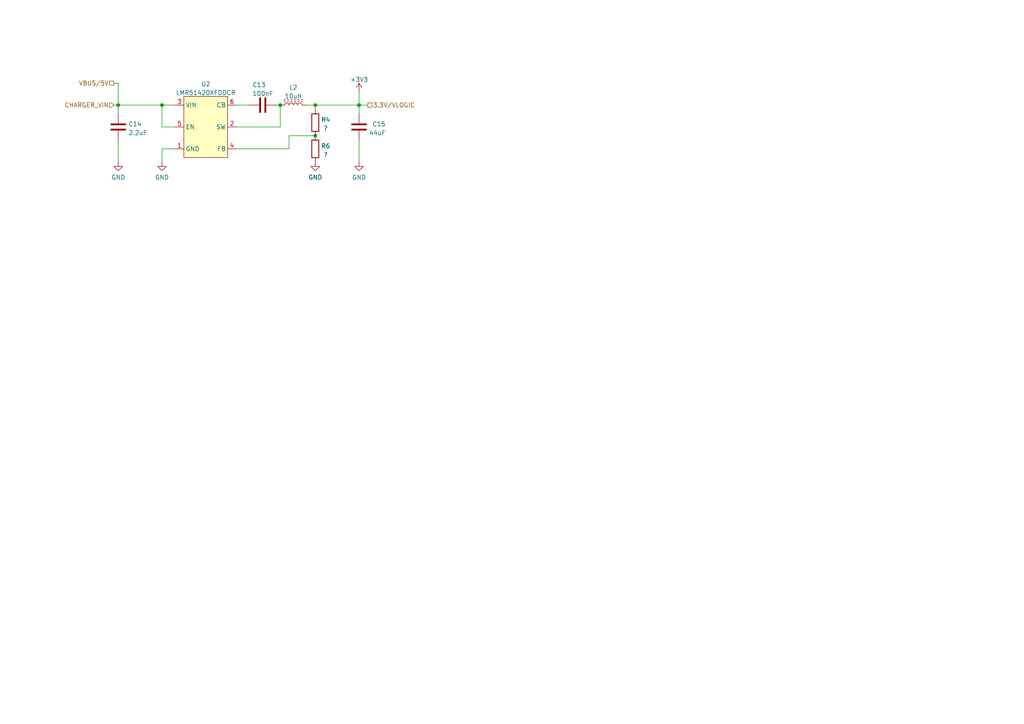
<source format=kicad_sch>
(kicad_sch (version 20211123) (generator eeschema)
  (paper "A4")
  (lib_symbols
    (symbol "1.L_SRN_LAB2:L_SRN_3030_3015-100M" (pin_numbers hide) (pin_names (offset 1.016) hide)
      (property "Reference" "L" (at -1.27 0 90))
      (property "Value" "L_SRN_3030_3015-100M" (at 2.794 0 90))
      (symbol "L_SRN_3030_3015-100M_0_1"
        (arc (start 0 -2.54) (mid 0.635 -1.905) (end 0 -1.27))
        (arc (start 0 -1.27) (mid 0.635 -0.635) (end 0 0))
        (polyline (pts (xy 1.016 -2.794) (xy 1.016 -2.286)))
        (polyline (pts (xy 1.016 -1.778) (xy 1.016 -1.27)))
        (polyline (pts (xy 1.016 -0.762) (xy 1.016 -0.254)))
        (polyline (pts (xy 1.016 0.254) (xy 1.016 0.762)))
        (polyline (pts (xy 1.016 1.27) (xy 1.016 1.778)))
        (polyline (pts (xy 1.016 2.286) (xy 1.016 2.794)))
        (polyline (pts (xy 1.524 -2.286) (xy 1.524 -2.794)))
        (polyline (pts (xy 1.524 -1.27) (xy 1.524 -1.778)))
        (polyline (pts (xy 1.524 -0.254) (xy 1.524 -0.762)))
        (polyline (pts (xy 1.524 0.762) (xy 1.524 0.254)))
        (polyline (pts (xy 1.524 1.778) (xy 1.524 1.27)))
        (polyline (pts (xy 1.524 2.794) (xy 1.524 2.286)))
        (arc (start 0 0) (mid 0.635 0.635) (end 0 1.27))
        (arc (start 0 1.27) (mid 0.635 1.905) (end 0 2.54))
      )
      (symbol "L_SRN_3030_3015-100M_1_1"
        (pin passive line (at 0 3.81 270) (length 1.27) (name "1") (number "1"))
        (pin passive line (at 0 -3.81 90) (length 1.27) (name "2") (number "2"))
      )
    )
    (symbol "1.Power.BattMgmt:LMR51420XFDDCR"
      (property "Reference" "U" (at 0 1.27 0))
      (property "Value" "LMR51420XFDDCR" (at 0 -1.27 0))
      (symbol "LMR51420XFDDCR_0_0"
        (pin power_in line (at -8.89 -6.35 0) (length 2.54) (name "GND") (number "1"))
        (pin power_out line (at 8.89 0 180) (length 2.54) (name "SW") (number "2"))
        (pin passive line (at 8.89 -6.35 180) (length 2.54) (name "FB") (number "4"))
        (pin power_in line (at 8.89 6.35 180) (length 2.54) (name "CB") (number "6"))
      )
      (symbol "LMR51420XFDDCR_0_1"
        (rectangle (start -6.35 8.89) (end 6.35 -8.89) (fill (type background)))
      )
      (symbol "LMR51420XFDDCR_1_1"
        (pin power_in line (at -8.89 6.35 0) (length 2.54) (name "VIN") (number "3"))
        (pin power_in line (at -8.89 0 0) (length 2.54) (name "EN") (number "5"))
      )
    )
    (symbol "4ms_Power-symbol:GND" (power) (pin_names (offset 0))
      (property "Value" "GND" (at 0 -3.81 0))
      (symbol "GND_0_1"
        (polyline (pts (xy 0 0) (xy 0 -1.27) (xy 1.27 -1.27) (xy 0 -2.54) (xy -1.27 -1.27) (xy 0 -1.27)))
      )
      (symbol "GND_1_1"
        (pin power_in line (at 0 0 270) (length 0) hide (name "GND") (number "1"))
      )
    )
    (symbol "Device:C" (pin_numbers hide) (pin_names (offset 0.254))
      (property "Reference" "C" (at 0.635 2.54 0))
      (property "Value" "C" (at 0.635 -2.54 0))
      (symbol "C_0_1"
        (polyline (pts (xy -2.032 -0.762) (xy 2.032 -0.762)) (stroke (width 0.508)))
        (polyline (pts (xy -2.032 0.762) (xy 2.032 0.762)) (stroke (width 0.508)))
      )
      (symbol "C_1_1"
        (pin passive line (at 0 3.81 270) (length 2.794) (name "~") (number "1"))
        (pin passive line (at 0 -3.81 90) (length 2.794) (name "~") (number "2"))
      )
    )
    (symbol "Device:R" (pin_numbers hide) (pin_names (offset 0))
      (property "Reference" "R" (at 2.032 0 90))
      (property "Value" "R" (at 0 0 90))
      (symbol "R_0_1"
        (rectangle (start -1.016 -2.54) (end 1.016 2.54) (stroke (width 0.254)))
      )
      (symbol "R_1_1"
        (pin passive line (at 0 3.81 270) (length 1.27) (name "~") (number "1"))
        (pin passive line (at 0 -3.81 90) (length 1.27) (name "~") (number "2"))
      )
    )
    (symbol "power:+3.3V" (power) (pin_names (offset 0))
      (property "Value" "+3.3V" (at 0 3.556 0))
      (symbol "+3.3V_0_1"
        (polyline (pts (xy -0.762 1.27) (xy 0 2.54)))
        (polyline (pts (xy 0 0) (xy 0 2.54)))
        (polyline (pts (xy 0 2.54) (xy 0.762 1.27)))
      )
      (symbol "+3.3V_1_1"
        (pin power_in line (at 0 0 90) (length 0) hide (name "+3V3") (number "1"))
      )
    )
  )
  (junction (at 104.14 30.48))
  (junction (at 81.28 30.48))
  (junction (at 91.44 39.37))
  (junction (at 46.99 30.48))
  (junction (at 34.29 30.48))
  (junction (at 91.44 30.48))
  (wire (pts (xy 81.28 36.83) (xy 81.28 30.48)))
  (wire (pts (xy 68.58 36.83) (xy 81.28 36.83)))
  (wire (pts (xy 50.8 36.83) (xy 46.99 36.83)))
  (wire (pts (xy 91.44 30.48) (xy 104.14 30.48)))
  (wire (pts (xy 91.44 31.75) (xy 91.44 30.48)))
  (wire (pts (xy 34.29 24.13) (xy 33.02 24.13)))
  (wire (pts (xy 33.02 30.48) (xy 34.29 30.48)))
  (wire (pts (xy 46.99 30.48) (xy 50.8 30.48)))
  (wire (pts (xy 104.14 30.48) (xy 106.68 30.48)))
  (wire (pts (xy 104.14 26.67) (xy 104.14 30.48)))
  (wire (pts (xy 104.14 40.64) (xy 104.14 46.99)))
  (wire (pts (xy 46.99 36.83) (xy 46.99 30.48)))
  (wire (pts (xy 104.14 30.48) (xy 104.14 33.02)))
  (wire (pts (xy 83.82 39.37) (xy 91.44 39.37)))
  (wire (pts (xy 88.9 30.48) (xy 91.44 30.48)))
  (wire (pts (xy 34.29 30.48) (xy 46.99 30.48)))
  (wire (pts (xy 46.99 43.18) (xy 46.99 46.99)))
  (wire (pts (xy 68.58 43.18) (xy 83.82 43.18)))
  (wire (pts (xy 34.29 30.48) (xy 34.29 24.13)))
  (wire (pts (xy 50.8 43.18) (xy 46.99 43.18)))
  (wire (pts (xy 72.39 30.48) (xy 68.58 30.48)))
  (wire (pts (xy 34.29 40.64) (xy 34.29 46.99)))
  (wire (pts (xy 80.01 30.48) (xy 81.28 30.48)))
  (wire (pts (xy 83.82 43.18) (xy 83.82 39.37)))
  (wire (pts (xy 34.29 30.48) (xy 34.29 33.02)))
  (hierarchical_label "CHARGER_VIN" (shape input) (at 33.02 30.48 180))
  (hierarchical_label "VBUS{slash}5V" (shape passive) (at 33.02 24.13 180))
  (hierarchical_label "3.3V{slash}VLOGIC" (shape passive) (at 106.68 30.48 0))
  (symbol (lib_id "Device:C") (at 76.2 30.48 270) (mirror x) (unit 1)
    (property "Reference" "C13" (at 73.1875 24.6212 90) (effects (justify left)))
    (property "Value" "100nF" (at 73.1875 27.1581 90) (effects (justify left)))
    (property "Footprint" "Capacitor_SMD:C_0805_2012Metric" (effects hide))
  )
  (symbol (lib_id "power:+3.3V") (at 104.14 26.67 0) (unit 1)
    (property "Reference" "#PWR0118" (effects hide))
    (property "Value" "+3.3V" (at 104.14 23.0942 0))
  )
  (symbol (lib_id "4ms_Power-symbol:GND") (at 46.99 46.99 0) (unit 1)
    (property "Reference" "#PWR0121" (effects hide))
    (property "Value" "GND" (at 46.99 51.4334 0))
  )
  (symbol (lib_id "4ms_Power-symbol:GND") (at 91.44 46.99 0) (unit 1)
    (property "Reference" "#PWR0119" (effects hide))
    (property "Value" "GND" (at 91.44 51.4334 0))
  )
  (symbol (lib_id "4ms_Power-symbol:GND") (at 104.14 46.99 0) (unit 1)
    (property "Reference" "#PWR0120" (effects hide))
    (property "Value" "GND" (at 104.14 51.4334 0))
  )
  (symbol (lib_id "1.L_SRN_LAB2:L_SRN_3030_3015-100M") (at 85.09 30.48 90) (unit 1)
    (property "Reference" "L2" (at 85.09 25.3832 90))
    (property "Value" "10uH" (at 85.09 27.9201 90))
    (property "Footprint" "1.Inductors.SRN:L_SRN_3030_3015-100M" (effects hide))
    (property "Datasheet" "https://www.bourns.com/docs/Product-Datasheets/SRN3015.pdf" (effects hide))
    (property "Tolerance" "30%" (effects hide))
    (property "I_{Max}" "@IRATING" (effects hide))
    (property "Inductance" "@INDUCTANCE" (effects hide))
    (property "Q@F" "@Q, @Qf" (effects hide))
    (property "F_{Resonance}" "@SELFRES_FREQ" (effects hide))
  )
  (symbol (lib_id "1.Power.BattMgmt:LMR51420XFDDCR") (at 59.69 36.83 0) (unit 1)
    (property "Reference" "U2" (at 59.69 24.3672 0))
    (property "Value" "LMR51420XFDDCR" (at 59.69 26.9041 0))
    (property "Footprint" "1.Power.BattMgmt:LMR51420XFDDCR" (effects hide))
    (property "Datasheet" "https://www.ti.com/lit/ds/symlink/lmr51420.pdf" (effects hide))
  )
  (symbol (lib_id "Device:C") (at 104.14 36.83 180) (unit 1)
    (property "Reference" "C15" (at 111.8765 35.9953 0) (effects (justify left)))
    (property "Value" "44uF" (at 111.8765 38.5322 0) (effects (justify left)))
    (property "Footprint" "Capacitor_SMD:C_1206_3216Metric" (effects hide))
  )
  (symbol (lib_id "Device:R") (at 91.44 35.56 0) (unit 1)
    (property "Reference" "R4" (at 94.4767 34.7253 0))
    (property "Value" "?" (at 94.4767 37.2622 0))
    (property "Footprint" "Resistor_SMD:R_0402_1005Metric" (effects hide))
  )
  (symbol (lib_id "4ms_Power-symbol:GND") (at 34.29 46.99 0) (unit 1)
    (property "Reference" "#PWR0122" (effects hide))
    (property "Value" "GND" (at 34.29 51.4334 0))
  )
  (symbol (lib_id "Device:C") (at 34.29 36.83 0) (unit 1)
    (property "Reference" "C14" (at 37.211 35.9953 0) (effects (justify left)))
    (property "Value" "2.2uF" (at 37.211 38.5322 0) (effects (justify left)))
    (property "Footprint" "Capacitor_SMD:C_1206_3216Metric" (effects hide))
  )
  (symbol (lib_id "Device:R") (at 91.44 43.18 180) (unit 1)
    (property "Reference" "R6" (at 94.4767 42.3453 0))
    (property "Value" "?" (at 94.4767 44.8822 0))
    (property "Footprint" "Resistor_SMD:R_0402_1005Metric" (effects hide))
  )
)
</source>
